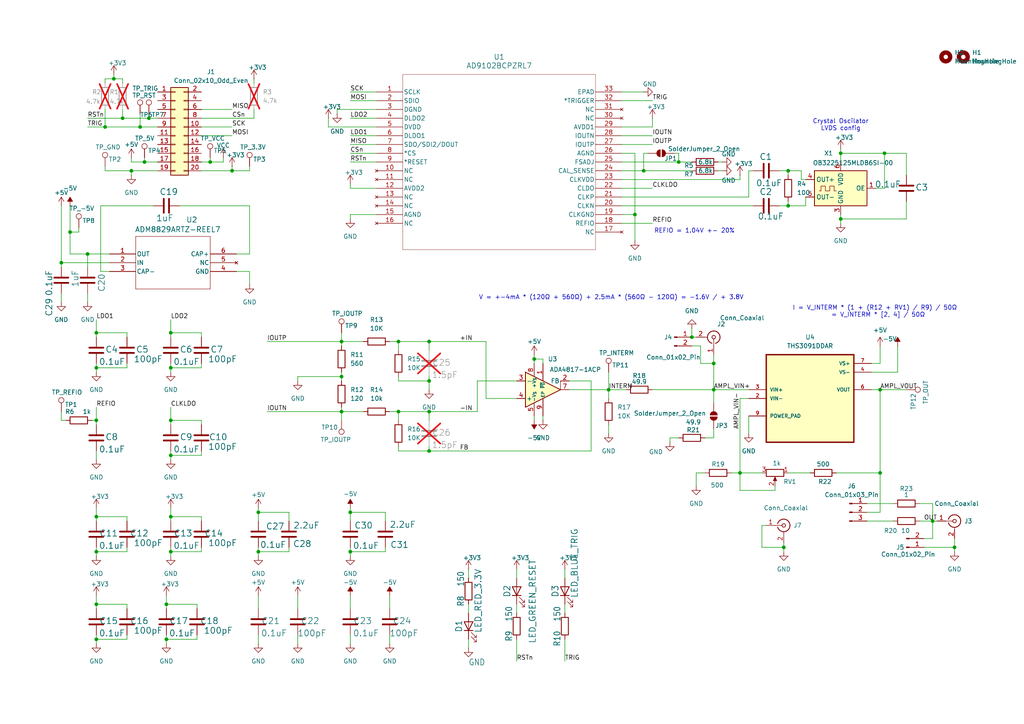
<source format=kicad_sch>
(kicad_sch (version 20231120) (generator "eeschema") (generator_version "8.0")
  (paper "A4")
  (title_block (title "Pico Glitcher Pulse Shaping Extension v1.1") (date "2024-12-27") (rev "v1.0") (company "Faulty Hardware") (comment 1 "Matthias Kesenheimer"))
  (junction (at 214.63 137.16))
  (junction (at 17.78 76.2))
  (junction (at 270.51 151.13))
  (junction (at 115.57 99.06))
  (junction (at 27.94 121.92))
  (junction (at 43.18 34.29))
  (junction (at 41.91 46.99))
  (junction (at 124.46 119.38))
  (junction (at 48.26 175.26))
  (junction (at 101.6 160.02))
  (junction (at 25.4 73.66))
  (junction (at 27.94 149.86))
  (junction (at 115.57 119.38))
  (junction (at 33.02 22.86))
  (junction (at 228.6 59.69))
  (junction (at 256.54 44.45))
  (junction (at 255.27 113.03))
  (junction (at 124.46 110.49))
  (junction (at 49.53 149.86))
  (junction (at 207.01 105.41))
  (junction (at 99.06 119.38))
  (junction (at 176.53 113.03))
  (junction (at 99.06 99.06))
  (junction (at 196.85 46.99))
  (junction (at 200.66 97.79))
  (junction (at 35.56 34.29))
  (junction (at 74.93 160.02))
  (junction (at 27.94 175.26))
  (junction (at 49.53 132.08))
  (junction (at 27.94 160.02))
  (junction (at 27.94 106.68))
  (junction (at 20.32 67.31))
  (junction (at 255.27 137.16))
  (junction (at 49.53 96.52))
  (junction (at 99.06 109.22))
  (junction (at 228.6 49.53))
  (junction (at 48.26 185.42))
  (junction (at 207.01 113.03))
  (junction (at 74.93 148.59))
  (junction (at 243.84 44.45))
  (junction (at 49.53 106.68))
  (junction (at 27.94 185.42))
  (junction (at 184.15 62.23))
  (junction (at 124.46 99.06))
  (junction (at 27.94 96.52))
  (junction (at 101.6 148.59))
  (junction (at 154.94 104.14))
  (junction (at 49.53 160.02))
  (junction (at 276.86 158.75))
  (junction (at 67.31 49.53))
  (junction (at 30.48 36.83))
  (junction (at 186.69 49.53))
  (junction (at 60.96 46.99))
  (junction (at 243.84 63.5))
  (junction (at 227.33 158.75))
  (junction (at 124.46 130.81))
  (junction (at 49.53 121.92))
  (junction (at 38.1 49.53))
  (junction (at 40.64 36.83))
  (wire (pts (xy 251.46 146.05) (xy 259.08 146.05)))
  (wire (pts (xy 115.57 119.38) (xy 115.57 121.92)))
  (wire (pts (xy 68.58 73.66) (xy 72.39 73.66)))
  (wire (pts (xy 73.66 34.29) (xy 73.66 31.75)))
  (wire (pts (xy 165.1 113.03) (xy 176.53 113.03)))
  (wire (pts (xy 207.01 105.41) (xy 207.01 113.03)))
  (wire (pts (xy 83.82 158.75) (xy 83.82 160.02)))
  (wire (pts (xy 99.06 119.38) (xy 105.41 119.38)))
  (wire (pts (xy 189.23 113.03) (xy 207.01 113.03)))
  (wire (pts (xy 233.68 59.69) (xy 228.6 59.69)))
  (wire (pts (xy 157.48 120.65) (xy 157.48 121.92)))
  (wire (pts (xy 180.34 52.07) (xy 214.63 52.07)))
  (wire (pts (xy 86.36 109.22) (xy 86.36 110.49)))
  (wire (pts (xy 115.57 109.22) (xy 115.57 110.49)))
  (wire (pts (xy 180.34 36.83) (xy 189.23 36.83)))
  (wire (pts (xy 180.34 26.67) (xy 186.69 26.67)))
  (wire (pts (xy 194.31 127) (xy 194.31 128.27)))
  (wire (pts (xy 113.03 184.15) (xy 113.03 186.69)))
  (wire (pts (xy 58.42 31.75) (xy 67.31 31.75)))
  (wire (pts (xy 27.94 106.68) (xy 27.94 107.95)))
  (wire (pts (xy 184.15 62.23) (xy 180.34 62.23)))
  (wire (pts (xy 27.94 185.42) (xy 27.94 186.69)))
  (wire (pts (xy 83.82 148.59) (xy 74.93 148.59)))
  (wire (pts (xy 36.83 184.15) (xy 36.83 185.42)))
  (wire (pts (xy 49.53 106.68) (xy 58.42 106.68)))
  (wire (pts (xy 200.66 100.33) (xy 203.2 100.33)))
  (wire (pts (xy 171.45 130.81) (xy 171.45 110.49)))
  (wire (pts (xy 176.53 113.03) (xy 176.53 115.57)))
  (wire (pts (xy 113.03 172.72) (xy 113.03 176.53)))
  (wire (pts (xy 222.25 152.4) (xy 220.98 152.4)))
  (wire (pts (xy 49.53 160.02) (xy 49.53 161.29)))
  (wire (pts (xy 207.01 124.46) (xy 207.01 127)))
  (wire (pts (xy 99.06 119.38) (xy 77.47 119.38)))
  (wire (pts (xy 27.94 175.26) (xy 27.94 176.53)))
  (wire (pts (xy 60.96 46.99) (xy 64.77 46.99)))
  (wire (pts (xy 72.39 48.26) (xy 72.39 49.53)))
  (wire (pts (xy 68.58 78.74) (xy 72.39 78.74)))
  (wire (pts (xy 17.78 121.92) (xy 19.05 121.92)))
  (wire (pts (xy 27.94 149.86) (xy 27.94 151.13)))
  (wire (pts (xy 43.18 33.02) (xy 43.18 34.29)))
  (wire (pts (xy 115.57 129.54) (xy 115.57 130.81)))
  (wire (pts (xy 140.97 115.57) (xy 140.97 99.06)))
  (wire (pts (xy 57.15 184.15) (xy 57.15 185.42)))
  (wire (pts (xy 35.56 22.86) (xy 35.56 24.13)))
  (wire (pts (xy 115.57 130.81) (xy 124.46 130.81)))
  (wire (pts (xy 180.34 44.45) (xy 184.15 44.45)))
  (wire (pts (xy 74.93 148.59) (xy 74.93 151.13)))
  (wire (pts (xy 58.42 97.79) (xy 58.42 96.52)))
  (wire (pts (xy 101.6 29.21) (xy 109.22 29.21)))
  (wire (pts (xy 49.53 147.32) (xy 49.53 149.86)))
  (wire (pts (xy 212.09 137.16) (xy 214.63 137.16)))
  (wire (pts (xy 276.86 158.75) (xy 276.86 160.02)))
  (wire (pts (xy 101.6 44.45) (xy 109.22 44.45)))
  (wire (pts (xy 49.53 160.02) (xy 58.42 160.02)))
  (wire (pts (xy 27.94 106.68) (xy 36.83 106.68)))
  (wire (pts (xy 27.94 96.52) (xy 27.94 97.79)))
  (wire (pts (xy 214.63 115.57) (xy 214.63 137.16)))
  (wire (pts (xy 180.34 54.61) (xy 189.23 54.61)))
  (wire (pts (xy 218.44 49.53) (xy 217.17 49.53)))
  (wire (pts (xy 27.94 158.75) (xy 27.94 160.02)))
  (wire (pts (xy 180.34 39.37) (xy 189.23 39.37)))
  (wire (pts (xy 17.78 59.69) (xy 17.78 76.2)))
  (wire (pts (xy 196.85 127) (xy 194.31 127)))
  (wire (pts (xy 115.57 99.06) (xy 115.57 101.6)))
  (wire (pts (xy 101.6 26.67) (xy 109.22 26.67)))
  (wire (pts (xy 140.97 115.57) (xy 149.86 115.57)))
  (wire (pts (xy 67.31 48.26) (xy 67.31 49.53)))
  (wire (pts (xy 41.91 45.72) (xy 41.91 46.99)))
  (wire (pts (xy 124.46 99.06) (xy 124.46 101.6)))
  (wire (pts (xy 226.06 59.69) (xy 228.6 59.69)))
  (wire (pts (xy 186.69 44.45) (xy 186.69 49.53)))
  (wire (pts (xy 195.58 44.45) (xy 196.85 44.45)))
  (wire (pts (xy 138.43 110.49) (xy 138.43 119.38)))
  (wire (pts (xy 49.53 149.86) (xy 58.42 149.86)))
  (wire (pts (xy 49.53 106.68) (xy 49.53 107.95)))
  (wire (pts (xy 58.42 105.41) (xy 58.42 106.68)))
  (wire (pts (xy 214.63 137.16) (xy 220.98 137.16)))
  (wire (pts (xy 33.02 22.86) (xy 35.56 22.86)))
  (wire (pts (xy 200.66 97.79) (xy 201.93 97.79)))
  (wire (pts (xy 232.41 52.07) (xy 232.41 49.53)))
  (wire (pts (xy 49.53 130.81) (xy 49.53 132.08)))
  (wire (pts (xy 115.57 119.38) (xy 124.46 119.38)))
  (wire (pts (xy 115.57 110.49) (xy 124.46 110.49)))
  (wire (pts (xy 256.54 44.45) (xy 256.54 54.61)))
  (wire (pts (xy 157.48 104.14) (xy 154.94 104.14)))
  (wire (pts (xy 72.39 49.53) (xy 67.31 49.53)))
  (wire (pts (xy 113.03 99.06) (xy 115.57 99.06)))
  (wire (pts (xy 48.26 172.72) (xy 48.26 175.26)))
  (wire (pts (xy 184.15 44.45) (xy 184.15 62.23)))
  (wire (pts (xy 64.77 45.72) (xy 64.77 46.99)))
  (wire (pts (xy 99.06 100.33) (xy 99.06 99.06)))
  (wire (pts (xy 207.01 102.87) (xy 207.01 105.41)))
  (wire (pts (xy 214.63 50.8) (xy 214.63 52.07)))
  (wire (pts (xy 27.94 172.72) (xy 27.94 175.26)))
  (wire (pts (xy 36.83 176.53) (xy 36.83 175.26)))
  (wire (pts (xy 196.85 46.99) (xy 200.66 46.99)))
  (wire (pts (xy 29.21 59.69) (xy 29.21 78.74)))
  (wire (pts (xy 27.94 121.92) (xy 27.94 123.19)))
  (wire (pts (xy 27.94 175.26) (xy 36.83 175.26)))
  (wire (pts (xy 73.66 22.86) (xy 73.66 24.13)))
  (wire (pts (xy 99.06 118.11) (xy 99.06 119.38)))
  (wire (pts (xy 176.53 113.03) (xy 181.61 113.03)))
  (wire (pts (xy 203.2 105.41) (xy 207.01 105.41)))
  (wire (pts (xy 267.97 156.21) (xy 270.51 156.21)))
  (wire (pts (xy 25.4 34.29) (xy 35.56 34.29)))
  (wire (pts (xy 49.53 96.52) (xy 58.42 96.52)))
  (wire (pts (xy 207.01 113.03) (xy 207.01 116.84)))
  (wire (pts (xy 44.45 59.69) (xy 29.21 59.69)))
  (wire (pts (xy 163.83 185.42) (xy 163.83 191.77)))
  (wire (pts (xy 101.6 172.72) (xy 101.6 176.53)))
  (wire (pts (xy 163.83 165.1) (xy 163.83 167.64)))
  (wire (pts (xy 217.17 49.53) (xy 217.17 57.15)))
  (wire (pts (xy 27.94 185.42) (xy 36.83 185.42)))
  (wire (pts (xy 38.1 49.53) (xy 38.1 50.8)))
  (wire (pts (xy 203.2 100.33) (xy 203.2 105.41)))
  (wire (pts (xy 26.67 121.92) (xy 27.94 121.92)))
  (wire (pts (xy 260.35 100.33) (xy 260.35 107.95)))
  (wire (pts (xy 101.6 41.91) (xy 109.22 41.91)))
  (wire (pts (xy 124.46 130.81) (xy 171.45 130.81)))
  (wire (pts (xy 17.78 77.47) (xy 17.78 76.2)))
  (wire (pts (xy 49.53 118.11) (xy 49.53 121.92)))
  (wire (pts (xy 74.93 158.75) (xy 74.93 160.02)))
  (wire (pts (xy 31.75 76.2) (xy 17.78 76.2)))
  (wire (pts (xy 254 54.61) (xy 256.54 54.61)))
  (wire (pts (xy 48.26 175.26) (xy 48.26 176.53)))
  (wire (pts (xy 124.46 119.38) (xy 124.46 121.92)))
  (wire (pts (xy 27.94 92.71) (xy 27.94 96.52)))
  (wire (pts (xy 27.94 149.86) (xy 36.83 149.86)))
  (wire (pts (xy 224.79 142.24) (xy 214.63 142.24)))
  (wire (pts (xy 29.21 78.74) (xy 31.75 78.74)))
  (wire (pts (xy 124.46 110.49) (xy 124.46 113.03)))
  (wire (pts (xy 101.6 46.99) (xy 109.22 46.99)))
  (wire (pts (xy 27.94 184.15) (xy 27.94 185.42)))
  (wire (pts (xy 58.42 123.19) (xy 58.42 121.92)))
  (wire (pts (xy 25.4 73.66) (xy 25.4 77.47)))
  (wire (pts (xy 27.94 160.02) (xy 36.83 160.02)))
  (wire (pts (xy 243.84 44.45) (xy 243.84 46.99)))
  (wire (pts (xy 95.25 34.29) (xy 95.25 36.83)))
  (wire (pts (xy 83.82 160.02) (xy 74.93 160.02)))
  (wire (pts (xy 74.93 160.02) (xy 74.93 161.29)))
  (wire (pts (xy 217.17 120.65) (xy 217.17 125.73)))
  (wire (pts (xy 27.94 160.02) (xy 27.94 161.29)))
  (wire (pts (xy 83.82 151.13) (xy 83.82 148.59)))
  (wire (pts (xy 109.22 54.61) (xy 101.6 54.61)))
  (wire (pts (xy 17.78 119.38) (xy 17.78 121.92)))
  (wire (pts (xy 101.6 160.02) (xy 101.6 161.29)))
  (wire (pts (xy 251.46 148.59) (xy 255.27 148.59)))
  (wire (pts (xy 36.83 97.79) (xy 36.83 96.52)))
  (wire (pts (xy 184.15 62.23) (xy 184.15 69.85)))
  (wire (pts (xy 208.28 46.99) (xy 209.55 46.99)))
  (wire (pts (xy 43.18 34.29) (xy 45.72 34.29)))
  (wire (pts (xy 255.27 148.59) (xy 255.27 137.16)))
  (wire (pts (xy 163.83 175.26) (xy 163.83 177.8)))
  (wire (pts (xy 48.26 185.42) (xy 57.15 185.42)))
  (wire (pts (xy 227.33 157.48) (xy 227.33 158.75)))
  (wire (pts (xy 48.26 184.15) (xy 48.26 185.42)))
  (wire (pts (xy 228.6 137.16) (xy 234.95 137.16)))
  (wire (pts (xy 220.98 158.75) (xy 227.33 158.75)))
  (wire (pts (xy 52.07 59.69) (xy 72.39 59.69)))
  (wire (pts (xy 252.73 113.03) (xy 255.27 113.03)))
  (wire (pts (xy 252.73 107.95) (xy 260.35 107.95)))
  (wire (pts (xy 49.53 158.75) (xy 49.53 160.02)))
  (wire (pts (xy 74.93 172.72) (xy 74.93 176.53)))
  (wire (pts (xy 86.36 184.15) (xy 86.36 186.69)))
  (wire (pts (xy 38.1 46.99) (xy 41.91 46.99)))
  (wire (pts (xy 31.75 73.66) (xy 25.4 73.66)))
  (wire (pts (xy 99.06 119.38) (xy 99.06 121.92)))
  (wire (pts (xy 176.53 107.95) (xy 176.53 113.03)))
  (wire (pts (xy 72.39 78.74) (xy 72.39 82.55)))
  (wire (pts (xy 58.42 151.13) (xy 58.42 149.86)))
  (wire (pts (xy 74.93 184.15) (xy 74.93 186.69)))
  (wire (pts (xy 214.63 115.57) (xy 217.17 115.57)))
  (wire (pts (xy 154.94 120.65) (xy 154.94 121.92)))
  (wire (pts (xy 49.53 149.86) (xy 49.53 151.13)))
  (wire (pts (xy 154.94 102.87) (xy 154.94 104.14)))
  (wire (pts (xy 30.48 36.83) (xy 30.48 31.75)))
  (wire (pts (xy 99.06 109.22) (xy 99.06 110.49)))
  (wire (pts (xy 124.46 110.49) (xy 124.46 109.22)))
  (wire (pts (xy 149.86 185.42) (xy 149.86 191.77)))
  (wire (pts (xy 74.93 147.32) (xy 74.93 148.59)))
  (wire (pts (xy 270.51 151.13) (xy 271.78 151.13)))
  (wire (pts (xy 267.97 158.75) (xy 276.86 158.75)))
  (wire (pts (xy 49.53 132.08) (xy 49.53 133.35)))
  (wire (pts (xy 243.84 62.23) (xy 243.84 63.5)))
  (wire (pts (xy 57.15 176.53) (xy 57.15 175.26)))
  (wire (pts (xy 124.46 99.06) (xy 140.97 99.06)))
  (wire (pts (xy 30.48 36.83) (xy 40.64 36.83)))
  (wire (pts (xy 99.06 107.95) (xy 99.06 109.22)))
  (wire (pts (xy 58.42 39.37) (xy 67.31 39.37)))
  (wire (pts (xy 180.34 49.53) (xy 186.69 49.53)))
  (wire (pts (xy 270.51 156.21) (xy 270.51 151.13)))
  (wire (pts (xy 101.6 39.37) (xy 109.22 39.37)))
  (wire (pts (xy 256.54 44.45) (xy 262.89 44.45)))
  (wire (pts (xy 200.66 95.25) (xy 200.66 97.79)))
  (wire (pts (xy 30.48 24.13) (xy 30.48 22.86)))
  (wire (pts (xy 30.48 49.53) (xy 38.1 49.53)))
  (wire (pts (xy 27.94 147.32) (xy 27.94 149.86)))
  (wire (pts (xy 35.56 31.75) (xy 35.56 34.29)))
  (wire (pts (xy 207.01 127) (xy 204.47 127)))
  (wire (pts (xy 201.93 137.16) (xy 204.47 137.16)))
  (wire (pts (xy 124.46 119.38) (xy 138.43 119.38)))
  (wire (pts (xy 58.42 49.53) (xy 67.31 49.53)))
  (wire (pts (xy 228.6 49.53) (xy 228.6 50.8)))
  (wire (pts (xy 60.96 45.72) (xy 60.96 46.99)))
  (wire (pts (xy 36.83 105.41) (xy 36.83 106.68)))
  (wire (pts (xy 262.89 50.8) (xy 262.89 44.45)))
  (wire (pts (xy 180.34 29.21) (xy 189.23 29.21)))
  (wire (pts (xy 58.42 130.81) (xy 58.42 132.08)))
  (wire (pts (xy 220.98 152.4) (xy 220.98 158.75)))
  (wire (pts (xy 99.06 99.06) (xy 105.41 99.06)))
  (wire (pts (xy 48.26 175.26) (xy 57.15 175.26)))
  (wire (pts (xy 58.42 36.83) (xy 67.31 36.83)))
  (wire (pts (xy 58.42 34.29) (xy 73.66 34.29)))
  (wire (pts (xy 20.32 67.31) (xy 20.32 73.66)))
  (wire (pts (xy 49.53 105.41) (xy 49.53 106.68)))
  (wire (pts (xy 17.78 85.09) (xy 17.78 87.63)))
  (wire (pts (xy 33.02 21.59) (xy 33.02 22.86)))
  (wire (pts (xy 36.83 158.75) (xy 36.83 160.02)))
  (wire (pts (xy 233.68 52.07) (xy 232.41 52.07)))
  (wire (pts (xy 196.85 44.45) (xy 196.85 46.99)))
  (wire (pts (xy 22.86 67.31) (xy 20.32 67.31)))
  (wire (pts (xy 25.4 85.09) (xy 25.4 87.63)))
  (wire (pts (xy 49.53 96.52) (xy 49.53 97.79)))
  (wire (pts (xy 180.34 57.15) (xy 217.17 57.15)))
  (wire (pts (xy 255.27 100.33) (xy 255.27 105.41)))
  (wire (pts (xy 86.36 172.72) (xy 86.36 176.53)))
  (wire (pts (xy 189.23 34.29) (xy 189.23 36.83)))
  (wire (pts (xy 180.34 59.69) (xy 218.44 59.69)))
  (wire (pts (xy 270.51 146.05) (xy 270.51 151.13)))
  (wire (pts (xy 101.6 62.23) (xy 101.6 63.5)))
  (wire (pts (xy 111.76 158.75) (xy 111.76 160.02)))
  (wire (pts (xy 77.47 99.06) (xy 99.06 99.06)))
  (wire (pts (xy 243.84 43.18) (xy 243.84 44.45)))
  (wire (pts (xy 224.79 142.24) (xy 224.79 140.97)))
  (wire (pts (xy 201.93 137.16) (xy 201.93 140.97)))
  (wire (pts (xy 48.26 185.42) (xy 48.26 186.69)))
  (wire (pts (xy 72.39 59.69) (xy 72.39 73.66)))
  (wire (pts (xy 49.53 121.92) (xy 49.53 123.19)))
  (wire (pts (xy 243.84 44.45) (xy 256.54 44.45)))
  (wire (pts (xy 233.68 57.15) (xy 233.68 59.69)))
  (wire (pts (xy 30.48 22.86) (xy 33.02 22.86)))
  (wire (pts (xy 165.1 110.49) (xy 171.45 110.49)))
  (wire (pts (xy 149.86 165.1) (xy 149.86 167.64)))
  (wire (pts (xy 232.41 49.53) (xy 228.6 49.53)))
  (wire (pts (xy 99.06 96.52) (xy 99.06 99.06)))
  (wire (pts (xy 111.76 148.59) (xy 111.76 151.13)))
  (wire (pts (xy 154.94 104.14) (xy 154.94 105.41)))
  (wire (pts (xy 266.7 146.05) (xy 270.51 146.05)))
  (wire (pts (xy 97.79 31.75) (xy 97.79 33.02)))
  (wire (pts (xy 101.6 53.34) (xy 101.6 54.61)))
  (wire (pts (xy 27.94 130.81) (xy 27.94 133.35)))
  (wire (pts (xy 49.53 92.71) (xy 49.53 96.52)))
  (wire (pts (xy 38.1 49.53) (xy 45.72 49.53)))
  (wire (pts (xy 111.76 160.02) (xy 101.6 160.02)))
  (wire (pts (xy 101.6 34.29) (xy 109.22 34.29)))
  (wire (pts (xy 113.03 119.38) (xy 115.57 119.38)))
  (wire (pts (xy 58.42 158.75) (xy 58.42 160.02)))
  (wire (pts (xy 262.89 63.5) (xy 243.84 63.5)))
  (wire (pts (xy 25.4 36.83) (xy 30.48 36.83)))
  (wire (pts (xy 40.64 33.02) (xy 40.64 36.83)))
  (wire (pts (xy 101.6 148.59) (xy 101.6 151.13)))
  (wire (pts (xy 149.86 175.26) (xy 149.86 177.8)))
  (wire (pts (xy 176.53 123.19) (xy 176.53 125.73)))
  (wire (pts (xy 109.22 31.75) (xy 97.79 31.75)))
  (wire (pts (xy 180.34 64.77) (xy 189.23 64.77)))
  (wire (pts (xy 138.43 110.49) (xy 149.86 110.49)))
  (wire (pts (xy 20.32 59.69) (xy 20.32 67.31)))
  (wire (pts (xy 49.53 132.08) (xy 58.42 132.08)))
  (wire (pts (xy 227.33 158.75) (xy 227.33 160.02)))
  (wire (pts (xy 36.83 151.13) (xy 36.83 149.86)))
  (wire (pts (xy 27.94 105.41) (xy 27.94 106.68)))
  (wire (pts (xy 255.27 113.03) (xy 262.89 113.03)))
  (wire (pts (xy 30.48 48.26) (xy 30.48 49.53)))
  (wire (pts (xy 276.86 156.21) (xy 276.86 158.75)))
  (wire (pts (xy 27.94 96.52) (xy 36.83 96.52)))
  (wire (pts (xy 266.7 151.13) (xy 270.51 151.13)))
  (wire (pts (xy 135.89 165.1) (xy 135.89 167.64)))
  (wire (pts (xy 49.53 121.92) (xy 58.42 121.92)))
  (wire (pts (xy 101.6 62.23) (xy 109.22 62.23)))
  (wire (pts (xy 58.42 46.99) (xy 60.96 46.99)))
  (wire (pts (xy 115.57 99.06) (xy 124.46 99.06)))
  (wire (pts (xy 252.73 105.41) (xy 255.27 105.41)))
  (wire (pts (xy 207.01 113.03) (xy 217.17 113.03)))
  (wire (pts (xy 135.89 187.96) (xy 135.89 185.42)) (stroke (width 0.1524)))
  (wire (pts (xy 101.6 184.15) (xy 101.6 186.69)))
  (wire (pts (xy 40.64 36.83) (xy 45.72 36.83)))
  (wire (pts (xy 186.69 49.53) (xy 200.66 49.53)))
  (wire (pts (xy 214.63 142.24) (xy 214.63 137.16)))
  (wire (pts (xy 41.91 46.99) (xy 45.72 46.99)))
  (wire (pts (xy 180.34 41.91) (xy 189.23 41.91)))
  (wire (pts (xy 228.6 58.42) (xy 228.6 59.69)))
  (wire (pts (xy 27.94 118.11) (xy 27.94 121.92)))
  (wire (pts (xy 243.84 63.5) (xy 243.84 64.77)))
  (wire (pts (xy 101.6 148.59) (xy 111.76 148.59)))
  (wire (pts (xy 95.25 36.83) (xy 109.22 36.83)))
  (wire (pts (xy 251.46 151.13) (xy 259.08 151.13)))
  (wire (pts (xy 226.06 49.53) (xy 228.6 49.53)))
  (wire (pts (xy 35.56 34.29) (xy 43.18 34.29)))
  (wire (pts (xy 262.89 58.42) (xy 262.89 63.5)))
  (wire (pts (xy 101.6 147.32) (xy 101.6 148.59)))
  (wire (pts (xy 124.46 130.81) (xy 124.46 129.54)))
  (wire (pts (xy 255.27 113.03) (xy 255.27 137.16)))
  (wire (pts (xy 242.57 137.16) (xy 255.27 137.16)))
  (wire (pts (xy 208.28 49.53) (xy 209.55 49.53)))
  (wire (pts (xy 38.1 45.72) (xy 38.1 46.99)))
  (wire (pts (xy 22.86 66.04) (xy 22.86 67.31)))
  (wire (pts (xy 25.4 73.66) (xy 20.32 73.66)))
  (wire (pts (xy 135.89 177.8) (xy 135.89 175.26)) (stroke (width 0.1524)))
  (wire (pts (xy 101.6 158.75) (xy 101.6 160.02)))
  (wire (pts (xy 187.96 44.45) (xy 186.69 44.45)))
  (wire (pts (xy 180.34 46.99) (xy 196.85 46.99)))
  (wire (pts (xy 157.48 105.41) (xy 157.48 104.14)))
  (wire (pts (xy 86.36 109.22) (xy 99.06 109.22)))
  (text "REFIO = 1.04V +- 20%" (at 201.422 67.056 0) (effects (font (size 1.27 1.27))))
  (text "V = +-4mA * (120Ω + 560Ω) + 2.5mA * (560Ω - 120Ω) = -1.6V / + 3.8V" (at 177.292 86.36 0) (effects (font (size 1.27 1.27))))
  (text "I = V_INTERM * (1 + (R12 + RV1) / R9) / 50Ω\n  = V_INTERM * [2, 4] / 50Ω" (at 253.746 90.424 0) (effects (font (size 1.27 1.27))))
  (text "Crystal Oscilator\nLVDS config" (at 243.84 36.322 0) (effects (font (size 1.27 1.27))))
  (label "LDO2" (at 49.53 92.71 0))
  (label "INTERM" (at 176.53 113.03 0))
  (label "IOUTN" (at 189.23 39.37 0))
  (label "OUT" (at 267.97 151.13 0))
  (label "TRIG" (at 163.83 191.77 0))
  (label "IOUTP" (at 189.23 41.91 0))
  (label "REFIO" (at 189.23 64.77 0))
  (label "CLKLDO" (at 189.23 54.61 0))
  (label "MOSI" (at 67.31 39.37 0))
  (label "IOUTP" (at 77.47 99.06 0))
  (label "+IN" (at 133.35 99.06 0))
  (label "CSn" (at 67.31 34.29 0))
  (label "REFIO" (at 27.94 118.11 0))
  (label "CLKLDO" (at 49.53 118.11 0))
  (label "RSTn" (at 25.4 34.29 0))
  (label "IOUTN" (at 77.47 119.38 0))
  (label "CSn" (at 101.6 44.45 0))
  (label "LDO2" (at 101.6 34.29 0))
  (label "MISO" (at 67.31 31.75 0))
  (label "AMPL_VIN-" (at 214.63 124.46 90))
  (label "TRIG" (at 25.4 36.83 0))
  (label "LDO1" (at 27.94 92.71 0))
  (label "MOSI" (at 101.6 29.21 0))
  (label "RSTn" (at 101.6 46.99 0))
  (label "AMPL_VOUT" (at 255.27 113.03 0))
  (label "RSTn" (at 149.86 191.77 0))
  (label "MISO" (at 101.6 41.91 0))
  (label "AMPL_VIN+" (at 207.01 113.03 0))
  (label "TRIG" (at 189.23 29.21 0))
  (label "SCK" (at 101.6 26.67 0))
  (label "FB" (at 133.35 130.81 0))
  (label "-IN" (at 133.35 119.38 0))
  (label "SCK" (at 67.31 36.83 0))
  (label "LDO1" (at 101.6 39.37 0))
  (symbol (lib_id "Device:C") (at 49.53 154.94 180) (unit 1)
    (property "Reference" "C13" (at 55.88 153.67 0) (effects (font (size 1.778 1.778)) (justify left bottom)))
    (property "Value" "0.1uF" (at 57.912 157.226 0) (effects (font (size 1.778 1.778)) (justify left bottom)))
    (property "Footprint" "Capacitor_SMD:C_0603_1608Metric" (effects (hide yes)))
    (property "Description" "Unpolarized capacitor" (effects (hide yes)))
  )
  (symbol (lib_id "power:GND") (at 200.66 95.25 180) (unit 1)
    (property "Reference" "#PWR055" (effects (hide yes)))
    (property "Value" "GND" (at 200.66 90.17 0))
    (property "Description" "Power symbol creates a global label with name \"GND\" , ground" (effects (hide yes)))
  )
  (symbol (lib_id "Device:C") (at 83.82 154.94 180) (unit 1)
    (property "Reference" "C28" (at 90.424 156.718 0) (effects (font (size 1.778 1.778)) (justify left bottom)))
    (property "Value" "2.2uF" (at 92.71 151.384 0) (effects (font (size 1.778 1.778)) (justify left bottom)))
    (property "Footprint" "Capacitor_SMD:C_0805_2012Metric" (effects (hide yes)))
    (property "Description" "Unpolarized capacitor" (effects (hide yes)))
  )
  (symbol (lib_id "power:GND") (at 201.93 140.97 0) (unit 1)
    (property "Reference" "#PWR050" (effects (hide yes)))
    (property "Value" "GND" (at 201.93 146.05 0))
    (property "Description" "Power symbol creates a global label with name \"GND\" , ground" (effects (hide yes)))
  )
  (symbol (lib_id "Device:C") (at 101.6 180.34 180) (unit 1)
    (property "Reference" "C23" (at 107.95 179.07 0) (effects (font (size 1.778 1.778)) (justify left bottom)))
    (property "Value" "0.1uF" (at 109.982 182.626 0) (effects (font (size 1.778 1.778)) (justify left bottom)))
    (property "Footprint" "Capacitor_SMD:C_0603_1608Metric" (effects (hide yes)))
    (property "Description" "Unpolarized capacitor" (effects (hide yes)))
  )
  (symbol (lib_id "power:GND") (at 157.48 121.92 0) (unit 1)
    (property "Reference" "#PWR054" (effects (hide yes)))
    (property "Value" "GND" (at 157.48 127 0))
    (property "Description" "Power symbol creates a global label with name \"GND\" , ground" (effects (hide yes)))
  )
  (symbol (lib_id "Connector:TestPoint") (at 99.06 96.52 0) (unit 1)
    (property "Reference" "TP9" (at 100.076 94.488 0) (effects (justify left)))
    (property "Value" "TP_IOUTP" (at 96.266 90.932 0) (effects (justify left)))
    (property "Footprint" "TestPoint:TestPoint_Pad_D1.0mm" (effects (hide yes)))
    (property "Description" "test point" (effects (hide yes)))
  )
  (symbol (lib_id "Device:R") (at 163.83 181.61 0) (unit 1)
    (property "Reference" "R10" (at 162.56 182.88 90) (effects (font (size 1.778 1.5113)) (justify right bottom)))
    (property "Value" "150" (at 162.56 180.34 90) (effects (font (size 1.778 1.5113)) (justify left bottom)))
    (property "Footprint" "Resistor_SMD:R_0603_1608Metric" (effects (hide yes)))
    (property "Description" "Resistor" (effects (hide yes)))
  )
  (symbol (lib_id "Connector:TestPoint") (at 17.78 119.38 0) (unit 1)
    (property "Reference" "TP1" (at 18.796 117.348 0) (effects (justify left)))
    (property "Value" "TP_REFIO" (at 14.986 113.792 0) (effects (justify left)))
    (property "Footprint" "TestPoint:TestPoint_Pad_D1.0mm" (effects (hide yes)))
    (property "Description" "test point" (effects (hide yes)))
  )
  (symbol (lib_id "Device:R") (at 262.89 151.13 270) (unit 1)
    (property "Reference" "R20" (at 258.318 153.924 90))
    (property "Value" "10" (at 262.636 153.924 90))
    (property "Footprint" "Resistor_SMD:R_2512_6332Metric" (effects (hide yes)))
    (property "Description" "Resistor" (effects (hide yes)))
  )
  (symbol (lib_id "Connector:TestPoint") (at 41.91 45.72 0) (unit 1)
    (property "Reference" "TP4" (at 42.926 43.688 0) (effects (justify left)))
    (property "Value" "TP_5V" (at 39.116 40.132 0) (effects (justify left)))
    (property "Footprint" "TestPoint:TestPoint_Pad_D1.0mm" (effects (hide yes)))
    (property "Description" "test point" (effects (hide yes)))
  )
  (symbol (lib_id "power:GND") (at 194.31 128.27 0) (unit 1)
    (property "Reference" "#PWR062" (effects (hide yes)))
    (property "Value" "GND" (at 190.246 131.064 0))
    (property "Description" "Power symbol creates a global label with name \"GND\" , ground" (effects (hide yes)))
  )
  (symbol (lib_id "power:GND") (at 227.33 160.02 0) (unit 1)
    (property "Reference" "#PWR064" (effects (hide yes)))
    (property "Value" "GND" (at 227.33 165.1 0))
    (property "Description" "Power symbol creates a global label with name \"GND\" , ground" (effects (hide yes)))
  )
  (symbol (lib_id "power:GND") (at 135.89 187.96 0) (unit 1)
    (property "Reference" "#GND01" (effects (hide yes)))
    (property "Value" "GND" (at 135.89 193.04 0) (effects (font (size 1.778 1.5113)) (justify left bottom)))
    (property "Description" "Power symbol creates a global label with name \"GND\" , ground" (effects (hide yes)))
  )
  (symbol (lib_id "Device:C") (at 113.03 180.34 180) (unit 1)
    (property "Reference" "C24" (at 119.38 179.07 0) (effects (font (size 1.778 1.778)) (justify left bottom)))
    (property "Value" "100pF" (at 121.412 182.626 0) (effects (font (size 1.778 1.778)) (justify left bottom)))
    (property "Footprint" "Capacitor_SMD:C_0603_1608Metric" (effects (hide yes)))
    (property "Description" "Unpolarized capacitor" (effects (hide yes)))
  )
  (symbol (lib_id "power:+5V") (at 17.78 59.69 0) (unit 1)
    (property "Reference" "#PWR035" (effects (hide yes)))
    (property "Value" "+5V" (at 17.78 55.88 0))
    (property "Description" "Power symbol creates a global label with name \"+5V\"" (effects (hide yes)))
  )
  (symbol (lib_id "power:+5V") (at 38.1 45.72 0) (unit 1)
    (property "Reference" "#PWR03" (effects (hide yes)))
    (property "Value" "+5V" (at 38.1 41.91 0))
    (property "Description" "Power symbol creates a global label with name \"+5V\"" (effects (hide yes)))
  )
  (symbol (lib_id "Connector:TestPoint") (at 60.96 45.72 0) (unit 1)
    (property "Reference" "TP5" (at 61.976 43.688 0) (effects (justify left)))
    (property "Value" "TP_VCC" (at 58.166 40.132 0) (effects (justify left)))
    (property "Footprint" "TestPoint:TestPoint_Pad_D1.0mm" (effects (hide yes)))
    (property "Description" "test point" (effects (hide yes)))
  )
  (symbol (lib_id "Connector:TestPoint") (at 72.39 48.26 0) (unit 1)
    (property "Reference" "TP3" (at 73.406 46.228 0) (effects (justify left)))
    (property "Value" "TP_3.3V" (at 69.596 42.672 0) (effects (justify left)))
    (property "Footprint" "TestPoint:TestPoint_Pad_D1.0mm" (effects (hide yes)))
    (property "Description" "test point" (effects (hide yes)))
  )
  (symbol (lib_id "Connector_Generic:Conn_02x10_Odd_Even") (at 50.8 36.83 0) (unit 1)
    (property "Reference" "J1" (at 61.214 20.828 0))
    (property "Value" "Conn_02x10_Odd_Even" (at 61.214 23.368 0))
    (property "Footprint" "Connector_PinHeader_2.54mm:PinHeader_2x10_P2.54mm_Vertical" (effects (hide yes)))
    (property "Description" "Generic connector, double row, 02x10, odd/even pin numbering scheme (row 1 odd numbers, row 2 even numbers), script generated (kicad-library-utils/schlib/autogen/connector/)" (effects (hide yes)))
  )
  (symbol (lib_id "Device:R") (at 22.86 121.92 90) (unit 1)
    (property "Reference" "R6" (at 21.5899 119.38 90) (effects (justify left)))
    (property "Value" "1k" (at 26.416 119.38 90) (effects (justify left)))
    (property "Footprint" "Resistor_SMD:R_0603_1608Metric" (effects (hide yes)))
    (property "Description" "Resistor" (effects (hide yes)))
  )
  (symbol (lib_id "Device:C") (at 74.93 180.34 180) (unit 1)
    (property "Reference" "C21" (at 81.28 179.07 0) (effects (font (size 1.778 1.778)) (justify left bottom)))
    (property "Value" "0.1uF" (at 83.312 182.626 0) (effects (font (size 1.778 1.778)) (justify left bottom)))
    (property "Footprint" "Capacitor_SMD:C_0603_1608Metric" (effects (hide yes)))
    (property "Description" "Unpolarized capacitor" (effects (hide yes)))
  )
  (symbol (lib_id "Jumper:SolderJumper_2_Open") (at 207.01 120.65 270) (unit 1) (exclude_from_sim yes) (in_bom no)
    (property "Reference" "JP3" (at 209.296 123.444 90))
    (property "Value" "SolderJumper_2_Open" (at 194.31 119.888 90))
    (property "Footprint" "Jumper:SolderJumper-2_P1.3mm_Open_TrianglePad1.0x1.5mm" (effects (hide yes)))
    (property "Description" "Solder Jumper, 2-pole, open" (effects (hide yes)))
  )
  (symbol (lib_id "Device:R") (at 200.66 127 90) (unit 1)
    (property "Reference" "R21" (at 199.136 124.714 90) (effects (justify right)))
    (property "Value" "49.9" (at 198.882 122.428 90) (effects (justify right)))
    (property "Footprint" "Resistor_SMD:R_0603_1608Metric" (effects (hide yes)))
    (property "Description" "Resistor" (effects (hide yes)))
  )
  (symbol (lib_id "Device:R") (at 109.22 119.38 270) (unit 1)
    (property "Reference" "R14" (at 109.22 113.03 90))
    (property "Value" "10k" (at 109.22 115.57 90))
    (property "Footprint" "Resistor_SMD:R_0603_1608Metric" (effects (hide yes)))
    (property "Description" "Resistor" (effects (hide yes)))
  )
  (symbol (lib_id "Device:C") (at 49.53 127 180) (unit 1)
    (property "Reference" "C9" (at 55.88 125.73 0) (effects (font (size 1.778 1.778)) (justify left bottom)))
    (property "Value" "0.1uF" (at 57.912 129.286 0) (effects (font (size 1.778 1.778)) (justify left bottom)))
    (property "Footprint" "Capacitor_SMD:C_0603_1608Metric" (effects (hide yes)))
    (property "Description" "Unpolarized capacitor" (effects (hide yes)))
  )
  (symbol (lib_id "power:+3V3") (at 214.63 50.8 0) (unit 1)
    (property "Reference" "#PWR019" (effects (hide yes)))
    (property "Value" "+3V3" (at 215.646 47.498 0))
    (property "Description" "Power symbol creates a global label with name \"+3V3\"" (effects (hide yes)))
  )
  (symbol (lib_id "Mechanical:MountingHole") (at 279.4 16.51 0) (unit 1) (exclude_from_sim yes) (in_bom no)
    (property "Reference" "H1" (at 281.94 15.2399 0) (effects (justify left)))
    (property "Value" "MountingHole" (at 281.94 17.7799 0) (effects (justify left)))
    (property "Footprint" "MountingHole:MountingHole_3mm" (effects (hide yes)))
    (property "Description" "Mounting Hole without connection" (effects (hide yes)))
  )
  (symbol (lib_id "power:-5V") (at 20.32 59.69 0) (unit 1)
    (property "Reference" "#PWR036" (effects (hide yes)))
    (property "Value" "-5V" (at 20.32 54.61 0))
    (property "Description" "Power symbol creates a global label with name \"-5V\"" (effects (hide yes)))
  )
  (symbol (lib_id "Device:C") (at 124.46 125.73 180) (unit 1) (dnp yes)
    (property "Reference" "C26" (at 130.81 124.46 0) (effects (font (size 1.778 1.778)) (justify left bottom)))
    (property "Value" "1.5pF" (at 132.842 128.016 0) (effects (font (size 1.778 1.778)) (justify left bottom)))
    (property "Footprint" "Capacitor_SMD:C_0603_1608Metric" (effects (hide yes)))
    (property "Description" "Unpolarized capacitor" (effects (hide yes)))
  )
  (symbol (lib_id "Device:C") (at 74.93 154.94 180) (unit 1)
    (property "Reference" "C27" (at 82.55 151.638 0) (effects (font (size 1.778 1.778)) (justify left bottom)))
    (property "Value" "0.1uF" (at 83.058 156.972 0) (effects (font (size 1.778 1.778)) (justify left bottom)))
    (property "Footprint" "Capacitor_SMD:C_0603_1608Metric" (effects (hide yes)))
    (property "Description" "Unpolarized capacitor" (effects (hide yes)))
  )
  (symbol (lib_id "THS3091DDAR:THS3091DDAR") (at 234.95 115.57 0) (unit 1)
    (property "Reference" "U4" (at 234.95 97.79 0))
    (property "Value" "THS3091DDAR" (at 234.95 100.33 0))
    (property "Footprint" "footprints:VREG_LM5017MR_NOPB" (effects (hide yes)))
    (property "MF" "Texas Instruments" (effects (hide yes)))
    (property "Description_1" "\n                        \n                            Single, high-voltage low-distortion current-feedback operational amplifier\n                        \n" (effects (hide yes)))
    (property "Package" "HSOIC-8 Texas Instruments" (effects (hide yes)))
    (property "Price" "None" (effects (hide yes)))
    (property "SnapEDA_Link" "https://www.snapeda.com/parts/THS3091DDAR/Texas+Instruments/view-part/?ref=snap" (effects (hide yes)))
    (property "MP" "THS3091DDAR" (effects (hide yes)))
    (property "Availability" "In Stock" (effects (hide yes)))
    (property "Check_prices" "https://www.snapeda.com/parts/THS3091DDAR/Texas+Instruments/view-part/?ref=eda" (effects (hide yes)))
  )
  (symbol (lib_id "power:+5V") (at 255.27 100.33 0) (unit 1)
    (property "Reference" "#PWR051" (effects (hide yes)))
    (property "Value" "+5V" (at 255.27 95.758 0))
    (property "Description" "Power symbol creates a global label with name \"+5V\"" (effects (hide yes)))
  )
  (symbol (lib_id "Device:R") (at 204.47 49.53 90) (unit 1)
    (property "Reference" "R7" (at 201.168 50.546 90) (effects (justify left)))
    (property "Value" "6.8k" (at 206.756 49.53 90) (effects (justify left)))
    (property "Footprint" "Resistor_SMD:R_0603_1608Metric" (effects (hide yes)))
    (property "Description" "Resistor" (effects (hide yes)))
  )
  (symbol (lib_id "Device:C") (at 111.76 154.94 180) (unit 1)
    (property "Reference" "C31" (at 118.618 156.972 0) (effects (font (size 1.778 1.778)) (justify left bottom)))
    (property "Value" "2.2uF" (at 120.65 151.13 0) (effects (font (size 1.778 1.778)) (justify left bottom)))
    (property "Footprint" "Capacitor_SMD:C_0805_2012Metric" (effects (hide yes)))
    (property "Description" "Unpolarized capacitor" (effects (hide yes)))
  )
  (symbol (lib_id "power:-5V") (at 154.94 121.92 180) (unit 1)
    (property "Reference" "#PWR048" (effects (hide yes)))
    (property "Value" "-5V" (at 154.94 127 0))
    (property "Description" "Power symbol creates a global label with name \"-5V\"" (effects (hide yes)))
  )
  (symbol (lib_id "Device:C") (at 27.94 127 180) (unit 1)
    (property "Reference" "C8" (at 34.29 125.73 0) (effects (font (size 1.778 1.778)) (justify left bottom)))
    (property "Value" "0.1uF" (at 36.322 129.286 0) (effects (font (size 1.778 1.778)) (justify left bottom)))
    (property "Footprint" "Capacitor_SMD:C_0603_1608Metric" (effects (hide yes)))
    (property "Description" "Unpolarized capacitor" (effects (hide yes)))
  )
  (symbol (lib_id "Device:R") (at 115.57 125.73 180) (unit 1)
    (property "Reference" "R16" (at 118.11 124.4599 0) (effects (justify right)))
    (property "Value" "10K" (at 118.11 126.9999 0) (effects (justify right)))
    (property "Footprint" "Resistor_SMD:R_0603_1608Metric" (effects (hide yes)))
    (property "Description" "Resistor" (effects (hide yes)))
  )
  (symbol (lib_id "power:+3V3") (at 33.02 21.59 0) (unit 1)
    (property "Reference" "#PWR06" (effects (hide yes)))
    (property "Value" "+3V3" (at 34.036 18.288 0))
    (property "Description" "Power symbol creates a global label with name \"+3V3\"" (effects (hide yes)))
  )
  (symbol (lib_id "Device:C") (at 48.26 180.34 180) (unit 1)
    (property "Reference" "C17" (at 54.61 179.07 0) (effects (font (size 1.778 1.778)) (justify left bottom)))
    (property "Value" "0.1uF" (at 56.642 182.626 0) (effects (font (size 1.778 1.778)) (justify left bottom)))
    (property "Footprint" "Capacitor_SMD:C_0603_1608Metric" (effects (hide yes)))
    (property "Description" "Unpolarized capacitor" (effects (hide yes)))
  )
  (symbol (lib_id "power:+3V3") (at 73.66 22.86 0) (unit 1)
    (property "Reference" "#PWR05" (effects (hide yes)))
    (property "Value" "+3V3" (at 74.676 19.558 0))
    (property "Description" "Power symbol creates a global label with name \"+3V3\"" (effects (hide yes)))
  )
  (symbol (lib_id "power:GND") (at 86.36 110.49 0) (unit 1)
    (property "Reference" "#PWR045" (effects (hide yes)))
    (property "Value" "GND" (at 86.36 115.57 0))
    (property "Description" "Power symbol creates a global label with name \"GND\" , ground" (effects (hide yes)))
  )
  (symbol (lib_id "Connector:TestPoint") (at 22.86 66.04 0) (unit 1)
    (property "Reference" "TP8" (at 23.876 64.008 0) (effects (justify left)))
    (property "Value" "TP_-5V" (at 20.066 60.452 0) (effects (justify left)))
    (property "Footprint" "TestPoint:TestPoint_Pad_D1.0mm" (effects (hide yes)))
    (property "Description" "test point" (effects (hide yes)))
  )
  (symbol (lib_id "Device:C") (at 58.42 101.6 180) (unit 1)
    (property "Reference" "C7" (at 64.77 100.33 0) (effects (font (size 1.778 1.778)) (justify left bottom)))
    (property "Value" "100pF" (at 68.834 103.124 0) (effects (font (size 1.778 1.778)) (justify left bottom)))
    (property "Footprint" "Capacitor_SMD:C_0603_1608Metric" (effects (hide yes)))
    (property "Description" "Unpolarized capacitor" (effects (hide yes)))
  )
  (symbol (lib_id "power:+3V3") (at 243.84 43.18 0) (unit 1)
    (property "Reference" "#PWR07" (effects (hide yes)))
    (property "Value" "+3V3" (at 244.856 39.878 0))
    (property "Description" "Power symbol creates a global label with name \"+3V3\"" (effects (hide yes)))
  )
  (symbol (lib_id "Device:R") (at 99.06 104.14 0) (unit 1)
    (property "Reference" "R11" (at 101.6 102.8699 0) (effects (justify left)))
    (property "Value" "560" (at 101.6 105.4099 0) (effects (justify left)))
    (property "Footprint" "Resistor_SMD:R_0603_1608Metric" (effects (hide yes)))
    (property "Description" "Resistor" (effects (hide yes)))
  )
  (symbol (lib_id "Device:C") (at 101.6 154.94 180) (unit 1)
    (property "Reference" "C30" (at 108.204 151.384 0) (effects (font (size 1.778 1.778)) (justify left bottom)))
    (property "Value" "0.1uF" (at 109.982 157.226 0) (effects (font (size 1.778 1.778)) (justify left bottom)))
    (property "Footprint" "Capacitor_SMD:C_0603_1608Metric" (effects (hide yes)))
    (property "Description" "Unpolarized capacitor" (effects (hide yes)))
  )
  (symbol (lib_id "power:GND") (at 243.84 64.77 0) (unit 1)
    (property "Reference" "#PWR08" (effects (hide yes)))
    (property "Value" "GND" (at 243.84 69.85 0))
    (property "Description" "Power symbol creates a global label with name \"GND\" , ground" (effects (hide yes)))
  )
  (symbol (lib_id "power:GND") (at 209.55 49.53 90) (unit 1)
    (property "Reference" "#PWR020" (effects (hide yes)))
    (property "Value" "GND" (at 211.328 52.324 90))
    (property "Description" "Power symbol creates a global label with name \"GND\" , ground" (effects (hide yes)))
  )
  (symbol (lib_id "Connector:Conn_Coaxial") (at 276.86 151.13 0) (unit 1)
    (property "Reference" "J3" (at 279.654 151.13 0) (effects (justify left)))
    (property "Value" "Conn_Coaxial" (at 271.018 146.05 0) (effects (justify left)))
    (property "Footprint" "Connector_Coaxial:SMA_Amphenol_901-144_Vertical" (effects (hide yes)))
    (property "Description" "coaxial connector (BNC, SMA, SMB, SMC, Cinch/RCA, LEMO, ...)" (effects (hide yes)))
  )
  (symbol (lib_id "power:GND") (at 176.53 125.73 0) (unit 1)
    (property "Reference" "#PWR049" (effects (hide yes)))
    (property "Value" "GND" (at 176.53 130.81 0))
    (property "Description" "Power symbol creates a global label with name \"GND\" , ground" (effects (hide yes)))
  )
  (symbol (lib_id "Connector:TestPoint") (at 262.89 113.03 270) (unit 1)
    (property "Reference" "TP12" (at 264.922 114.046 0) (effects (justify left)))
    (property "Value" "TP_OUT" (at 268.478 110.236 0) (effects (justify left)))
    (property "Footprint" "TestPoint:TestPoint_Pad_D1.0mm" (effects (hide yes)))
    (property "Description" "test point" (effects (hide yes)))
  )
  (symbol (lib_id "power:GND") (at 17.78 87.63 0) (unit 1)
    (property "Reference" "#PWR061" (effects (hide yes)))
    (property "Value" "GND" (at 17.78 92.71 0))
    (property "Description" "Power symbol creates a global label with name \"GND\" , ground" (effects (hide yes)))
  )
  (symbol (lib_id "Connector:Conn_Coaxial") (at 207.01 97.79 270) (mirror x) (unit 1)
    (property "Reference" "J2" (at 207.9869 93.98 90) (effects (justify left)))
    (property "Value" "Conn_Coaxial" (at 208.788 92.202 90) (effects (justify left)))
    (property "Footprint" "Connector_Coaxial:SMA_Amphenol_901-144_Vertical" (effects (hide yes)))
    (property "Description" "coaxial connector (BNC, SMA, SMB, SMC, Cinch/RCA, LEMO, ...)" (effects (hide yes)))
  )
  (symbol (lib_id "power:GND") (at 38.1 50.8 0) (unit 1)
    (property "Reference" "#PWR04" (effects (hide yes)))
    (property "Value" "GND" (at 38.1 55.88 0))
    (property "Description" "Power symbol creates a global label with name \"GND\" , ground" (effects (hide yes)))
  )
  (symbol (lib_id "Device:C") (at 17.78 81.28 180) (unit 1)
    (property "Reference" "C29" (at 13.208 86.36 90) (effects (font (size 1.778 1.778)) (justify left bottom)))
    (property "Value" "0.1uF" (at 13.208 78.232 90) (effects (font (size 1.778 1.778)) (justify left bottom)))
    (property "Footprint" "Capacitor_SMD:C_0603_1608Metric" (effects (hide yes)))
    (property "Description" "Unpolarized capacitor" (effects (hide yes)))
  )
  (symbol (lib_id "power:+5V") (at 154.94 102.87 0) (unit 1)
    (property "Reference" "#PWR047" (effects (hide yes)))
    (property "Value" "+5V" (at 154.94 99.06 0))
    (property "Description" "Power symbol creates a global label with name \"+5V\"" (effects (hide yes)))
  )
  (symbol (lib_id "power:GND") (at 48.26 186.69 0) (unit 1)
    (property "Reference" "#PWR030" (effects (hide yes)))
    (property "Value" "GND" (at 48.26 191.77 0))
    (property "Description" "Power symbol creates a global label with name \"GND\" , ground" (effects (hide yes)))
  )
  (symbol (lib_id "Device:LED") (at 163.83 171.45 90) (unit 1)
    (property "Reference" "D3" (at 162.052 171.45 0) (effects (font (size 1.778 1.778)) (justify bottom)))
    (property "Value" "LED_BLUE_TRIG" (at 167.64 173.482 0) (effects (font (size 1.778 1.778)) (justify left bottom)))
    (property "Footprint" "LED_SMD:LED_0603_1608Metric" (effects (hide yes)))
    (property "Description" "Light emitting diode" (effects (hide yes)))
  )
  (symbol (lib_id "Device:C") (at 57.15 180.34 180) (unit 1)
    (property "Reference" "C18" (at 63.5 179.07 0) (effects (font (size 1.778 1.778)) (justify left bottom)))
    (property "Value" "100pF" (at 67.564 181.864 0) (effects (font (size 1.778 1.778)) (justify left bottom)))
    (property "Footprint" "Capacitor_SMD:C_0603_1608Metric" (effects (hide yes)))
    (property "Description" "Unpolarized capacitor" (effects (hide yes)))
  )
  (symbol (lib_id "power:-5V") (at 101.6 172.72 0) (unit 1)
    (property "Reference" "#PWR041" (effects (hide yes)))
    (property "Value" "-5V" (at 101.6 168.91 0))
    (property "Description" "Power symbol creates a global label with name \"-5V\"" (effects (hide yes)))
  )
  (symbol (lib_id "Device:R") (at 35.56 27.94 0) (unit 1) (dnp yes)
    (property "Reference" "R1" (at 31.75 26.67 0) (effects (justify left)))
    (property "Value" "4.7k" (at 31.75 29.464 0) (effects (justify left)))
    (property "Footprint" "Resistor_SMD:R_0603_1608Metric" (effects (hide yes)))
    (property "Description" "Resistor" (effects (hide yes)))
  )
  (symbol (lib_id "power:GND") (at 217.17 125.73 0) (unit 1)
    (property "Reference" "#PWR056" (effects (hide yes)))
    (property "Value" "GND" (at 217.17 130.81 0))
    (property "Description" "Power symbol creates a global label with name \"GND\" , ground" (effects (hide yes)))
  )
  (symbol (lib_id "Connector:Conn_01x02_Pin") (at 195.58 97.79 0) (unit 1)
    (property "Reference" "J4" (at 193.802 97.79 0))
    (property "Value" "Conn_01x02_Pin" (at 195.326 103.632 0))
    (property "Footprint" "Connector_PinHeader_2.54mm:PinHeader_1x02_P2.54mm_Vertical" (effects (hide yes)))
    (property "Description" "Generic connector, single row, 01x02, script generated" (effects (hide yes)))
  )
  (symbol (lib_id "Connector:TestPoint") (at 40.64 33.02 0) (unit 1)
    (property "Reference" "TP6" (at 40.64 33.274 0) (effects (justify left)))
    (property "Value" "TP_TRIG" (at 38.354 25.654 0) (effects (justify left)))
    (property "Footprint" "TestPoint:TestPoint_Pad_D1.0mm" (effects (hide yes)))
    (property "Description" "test point" (effects (hide yes)))
  )
  (symbol (lib_id "Device:R") (at 109.22 99.06 270) (unit 1)
    (property "Reference" "R13" (at 109.22 92.71 90))
    (property "Value" "10K" (at 109.22 95.25 90))
    (property "Footprint" "Resistor_SMD:R_0603_1608Metric" (effects (hide yes)))
    (property "Description" "Resistor" (effects (hide yes)))
  )
  (symbol (lib_id "Device:R") (at 185.42 113.03 90) (unit 1)
    (property "Reference" "R18" (at 185.42 108.966 90))
    (property "Value" "49.9" (at 185.42 110.744 90))
    (property "Footprint" "Resistor_SMD:R_0603_1608Metric" (effects (hide yes)))
    (property "Description" "Resistor" (effects (hide yes)))
  )
  (symbol (lib_id "Device:C") (at 36.83 101.6 180) (unit 1)
    (property "Reference" "C5" (at 43.18 100.33 0) (effects (font (size 1.778 1.778)) (justify left bottom)))
    (property "Value" "100pF" (at 47.244 103.124 0) (effects (font (size 1.778 1.778)) (justify left bottom)))
    (property "Footprint" "Capacitor_SMD:C_0603_1608Metric" (effects (hide yes)))
    (property "Description" "Unpolarized capacitor" (effects (hide yes)))
  )
  (symbol (lib_id "Device:R") (at 30.48 27.94 0) (unit 1) (dnp yes)
    (property "Reference" "R2" (at 26.67 26.67 0) (effects (justify left)))
    (property "Value" "4.7k" (at 24.892 29.464 0) (effects (justify left)))
    (property "Footprint" "Resistor_SMD:R_0603_1608Metric" (effects (hide yes)))
    (property "Description" "Resistor" (effects (hide yes)))
  )
  (symbol (lib_id "Device:C") (at 86.36 180.34 180) (unit 1)
    (property "Reference" "C22" (at 92.71 179.07 0) (effects (font (size 1.778 1.778)) (justify left bottom)))
    (property "Value" "100pF" (at 94.742 182.626 0) (effects (font (size 1.778 1.778)) (justify left bottom)))
    (property "Footprint" "Capacitor_SMD:C_0603_1608Metric" (effects (hide yes)))
    (property "Description" "Unpolarized capacitor" (effects (hide yes)))
  )
  (symbol (lib_id "power:-5V") (at 260.35 100.33 0) (unit 1)
    (property "Reference" "#PWR052" (effects (hide yes)))
    (property "Value" "-5V" (at 258.064 98.298 0))
    (property "Description" "Power symbol creates a global label with name \"-5V\"" (effects (hide yes)))
  )
  (symbol (lib_id "Connector:Conn_01x02_Pin") (at 262.89 158.75 0) (mirror x) (unit 1)
    (property "Reference" "J5" (at 261.112 158.75 0))
    (property "Value" "Conn_01x02_Pin" (at 263.398 160.782 0))
    (property "Footprint" "Connector_PinHeader_2.54mm:PinHeader_1x02_P2.54mm_Vertical" (effects (hide yes)))
    (property "Description" "Generic connector, single row, 01x02, script generated" (effects (hide yes)))
  )
  (symbol (lib_id "Device:C") (at 124.46 105.41 180) (unit 1) (dnp yes)
    (property "Reference" "C25" (at 130.81 104.14 0) (effects (font (size 1.778 1.778)) (justify left bottom)))
    (property "Value" "1.5pF" (at 132.842 107.696 0) (effects (font (size 1.778 1.778)) (justify left bottom)))
    (property "Footprint" "Capacitor_SMD:C_0603_1608Metric" (effects (hide yes)))
    (property "Description" "Unpolarized capacitor" (effects (hide yes)))
  )
  (symbol (lib_id "Device:R") (at 149.86 181.61 0) (unit 1)
    (property "Reference" "R9" (at 148.59 182.88 90) (effects (font (size 1.778 1.5113)) (justify right bottom)))
    (property "Value" "150" (at 148.59 180.34 90) (effects (font (size 1.778 1.5113)) (justify left bottom)))
    (property "Footprint" "Resistor_SMD:R_0603_1608Metric" (effects (hide yes)))
    (property "Description" "Resistor" (effects (hide yes)))
  )
  (symbol (lib_id "Device:C") (at 58.42 127 180) (unit 1)
    (property "Reference" "C10" (at 66.04 125.73 0) (effects (font (size 1.778 1.778)) (justify left bottom)))
    (property "Value" "100pF" (at 68.834 128.524 0) (effects (font (size 1.778 1.778)) (justify left bottom)))
    (property "Footprint" "Capacitor_SMD:C_0603_1608Metric" (effects (hide yes)))
    (property "Description" "Unpolarized capacitor" (effects (hide yes)))
  )
  (symbol (lib_id "Device:R") (at 99.06 114.3 0) (unit 1)
    (property "Reference" "R12" (at 101.6 113.0299 0) (effects (justify left)))
    (property "Value" "120" (at 101.6 115.5699 0) (effects (justify left)))
    (property "Footprint" "Resistor_SMD:R_0603_1608Metric" (effects (hide yes)))
    (property "Description" "Resistor" (effects (hide yes)))
  )
  (symbol (lib_id "power:GND") (at 25.4 87.63 0) (unit 1)
    (property "Reference" "#PWR033" (effects (hide yes)))
    (property "Value" "GND" (at 25.4 92.71 0))
    (property "Description" "Power symbol creates a global label with name \"GND\" , ground" (effects (hide yes)))
  )
  (symbol (lib_id "power:GND") (at 86.36 186.69 0) (unit 1)
    (property "Reference" "#PWR040" (effects (hide yes)))
    (property "Value" "GND" (at 86.36 191.77 0))
    (property "Description" "Power symbol creates a global label with name \"GND\" , ground" (effects (hide yes)))
  )
  (symbol (lib_id "Connector:Conn_Coaxial") (at 227.33 152.4 0) (unit 1)
    (property "Reference" "J7" (at 230.124 152.4 0) (effects (justify left)))
    (property "Value" "Conn_Coaxial" (at 221.488 147.32 0) (effects (justify left)))
    (property "Footprint" "Connector_Coaxial:SMA_Amphenol_901-144_Vertical" (effects (hide yes)))
    (property "Description" "coaxial connector (BNC, SMA, SMB, SMC, Cinch/RCA, LEMO, ...)" (effects (hide yes)))
  )
  (symbol (lib_id "Device:C") (at 58.42 154.94 180) (unit 1)
    (property "Reference" "C14" (at 64.77 153.67 0) (effects (font (size 1.778 1.778)) (justify left bottom)))
    (property "Value" "100pF" (at 68.834 156.464 0) (effects (font (size 1.778 1.778)) (justify left bottom)))
    (property "Footprint" "Capacitor_SMD:C_0603_1608Metric" (effects (hide yes)))
    (property "Description" "Unpolarized capacitor" (effects (hide yes)))
  )
  (symbol (lib_id "Device:R") (at 262.89 146.05 270) (unit 1)
    (property "Reference" "R23" (at 262.89 141.732 90))
    (property "Value" "1" (at 262.89 143.51 90))
    (property "Footprint" "Resistor_SMD:R_2512_6332Metric" (effects (hide yes)))
    (property "Description" "Resistor" (effects (hide yes)))
  )
  (symbol (lib_id "Device:C") (at 27.94 154.94 180) (unit 1)
    (property "Reference" "C11" (at 34.29 153.67 0) (effects (font (size 1.778 1.778)) (justify left bottom)))
    (property "Value" "0.1uF" (at 36.322 157.226 0) (effects (font (size 1.778 1.778)) (justify left bottom)))
    (property "Footprint" "Capacitor_SMD:C_0603_1608Metric" (effects (hide yes)))
    (property "Description" "Unpolarized capacitor" (effects (hide yes)))
  )
  (symbol (lib_id "power:GND") (at 27.94 161.29 0) (unit 1)
    (property "Reference" "#PWR023" (effects (hide yes)))
    (property "Value" "GND" (at 27.94 166.37 0))
    (property "Description" "Power symbol creates a global label with name \"GND\" , ground" (effects (hide yes)))
  )
  (symbol (lib_id "Device:LED") (at 135.89 181.61 90) (unit 1)
    (property "Reference" "D1" (at 134.112 181.61 0) (effects (font (size 1.778 1.778)) (justify bottom)))
    (property "Value" "LED_RED_3.3V" (at 139.7 183.642 0) (effects (font (size 1.778 1.778)) (justify left bottom)))
    (property "Footprint" "LED_SMD:LED_0603_1608Metric" (effects (hide yes)))
    (property "Description" "Light emitting diode" (effects (hide yes)))
  )
  (symbol (lib_id "power:GND") (at 27.94 107.95 0) (unit 1)
    (property "Reference" "#PWR012" (effects (hide yes)))
    (property "Value" "GND" (at 27.94 113.03 0))
    (property "Description" "Power symbol creates a global label with name \"GND\" , ground" (effects (hide yes)))
  )
  (symbol (lib_id "power:-5V") (at 113.03 172.72 0) (unit 1)
    (property "Reference" "#PWR043" (effects (hide yes)))
    (property "Value" "-5V" (at 113.03 168.91 0))
    (property "Description" "Power symbol creates a global label with name \"-5V\"" (effects (hide yes)))
  )
  (symbol (lib_id "Device:C") (at 27.94 101.6 180) (unit 1)
    (property "Reference" "C4" (at 34.29 100.33 0) (effects (font (size 1.778 1.778)) (justify left bottom)))
    (property "Value" "0.1uF" (at 36.322 103.886 0) (effects (font (size 1.778 1.778)) (justify left bottom)))
    (property "Footprint" "Capacitor_SMD:C_0603_1608Metric" (effects (hide yes)))
    (property "Description" "Unpolarized capacitor" (effects (hide yes)))
  )
  (symbol (lib_id "Device:C") (at 262.89 54.61 180) (unit 1)
    (property "Reference" "C3" (at 269.24 53.34 0) (effects (font (size 1.778 1.778)) (justify left bottom)))
    (property "Value" "0.1uF" (at 261.366 52.451 0) (effects (font (size 1.778 1.778)) (justify left bottom)))
    (property "Footprint" "Capacitor_SMD:C_0603_1608Metric" (effects (hide yes)))
    (property "Description" "Unpolarized capacitor" (effects (hide yes)))
  )
  (symbol (lib_id "Device:C") (at 222.25 59.69 270) (unit 1)
    (property "Reference" "C2" (at 220.218 56.642 90) (effects (font (size 1.778 1.778)) (justify left bottom)))
    (property "Value" "0.1uF" (at 219.71 63.754 90) (effects (font (size 1.778 1.778)) (justify left bottom)))
    (property "Footprint" "Capacitor_SMD:C_0603_1608Metric" (effects (hide yes)))
    (property "Description" "Unpolarized capacitor" (effects (hide yes)))
  )
  (symbol (lib_id "power:+3V3") (at 95.25 34.29 0) (unit 1)
    (property "Reference" "#PWR010" (effects (hide yes)))
    (property "Value" "+3V3" (at 96.266 30.988 0))
    (property "Description" "Power symbol creates a global label with name \"+3V3\"" (effects (hide yes)))
  )
  (symbol (lib_id "Device:C") (at 49.53 101.6 180) (unit 1)
    (property "Reference" "C6" (at 55.88 100.33 0) (effects (font (size 1.778 1.778)) (justify left bottom)))
    (property "Value" "0.1uF" (at 57.912 103.886 0) (effects (font (size 1.778 1.778)) (justify left bottom)))
    (property "Footprint" "Capacitor_SMD:C_0603_1608Metric" (effects (hide yes)))
    (property "Description" "Unpolarized capacitor" (effects (hide yes)))
  )
  (symbol (lib_id "Device:C") (at 27.94 180.34 180) (unit 1)
    (property "Reference" "C15" (at 34.29 179.07 0) (effects (font (size 1.778 1.778)) (justify left bottom)))
    (property "Value" "0.1uF" (at 36.322 182.626 0) (effects (font (size 1.778 1.778)) (justify left bottom)))
    (property "Footprint" "Capacitor_SMD:C_0603_1608Metric" (effects (hide yes)))
    (property "Description" "Unpolarized capacitor" (effects (hide yes)))
  )
  (symbol (lib_id "Oscillator:SiT9365xx-xBx-xxE") (at 243.84 54.61 0) (mirror y) (unit 1)
    (property "Reference" "X1" (at 241.6459 44.45 0) (effects (justify left)))
    (property "Value" "OB3225125MLDB6SI-00" (at 259.08 47.244 0) (effects (justify left)))
    (property "Footprint" "Oscillator:Oscillator_SMD_SiTime_PQFD-6L_3.2x2.5mm" (effects (hide yes)))
    (property "Datasheet" "https://www.sitime.com/datasheet/SiT9365" (effects (hide yes)))
    (property "Description" "SiTime Standard Frequency Ultra-low Jitter Differential Oscillator, 25-325MHz, PQFD-6, 3.2x2.5mm (with enable pin)" (effects (hide yes)))
  )
  (symbol (lib_id "power:+3V3") (at 27.94 147.32 0) (unit 1)
    (property "Reference" "#PWR024" (effects (hide yes)))
    (property "Value" "+3V3" (at 28.956 144.018 0))
    (property "Description" "Power symbol creates a global label with name \"+3V3\"" (effects (hide yes)))
  )
  (symbol (lib_id "Connector:Conn_01x03_Pin") (at 246.38 148.59 0) (unit 1)
    (property "Reference" "J6" (at 247.015 140.97 0))
    (property "Value" "Conn_01x03_Pin" (at 247.015 143.51 0))
    (property "Footprint" "Connector_PinHeader_2.54mm:PinHeader_1x03_P2.54mm_Vertical" (effects (hide yes)))
    (property "Description" "Generic connector, single row, 01x03, script generated" (effects (hide yes)))
  )
  (symbol (lib_id "power:+5V") (at 74.93 172.72 0) (unit 1)
    (property "Reference" "#PWR037" (effects (hide yes)))
    (property "Value" "+5V" (at 74.93 168.91 0))
    (property "Description" "Power symbol creates a global label with name \"+5V\"" (effects (hide yes)))
  )
  (symbol (lib_id "power:+3V3") (at 67.31 48.26 0) (unit 1)
    (property "Reference" "#PWR01" (effects (hide yes)))
    (property "Value" "+3V3" (at 68.326 44.958 0))
    (property "Description" "Power symbol creates a global label with name \"+3V3\"" (effects (hide yes)))
  )
  (symbol (lib_id "power:GND") (at 27.94 133.35 0) (unit 1)
    (property "Reference" "#PWR017" (effects (hide yes)))
    (property "Value" "GND" (at 27.94 138.43 0))
    (property "Description" "Power symbol creates a global label with name \"GND\" , ground" (effects (hide yes)))
  )
  (symbol (lib_id "power:+5V") (at 74.93 147.32 0) (unit 1)
    (property "Reference" "#PWR057" (effects (hide yes)))
    (property "Value" "+5V" (at 74.93 143.51 0))
    (property "Description" "Power symbol creates a global label with name \"+5V\"" (effects (hide yes)))
  )
  (symbol (lib_id "power:GND") (at 101.6 186.69 0) (unit 1)
    (property "Reference" "#PWR042" (effects (hide yes)))
    (property "Value" "GND" (at 101.6 191.77 0))
    (property "Description" "Power symbol creates a global label with name \"GND\" , ground" (effects (hide yes)))
  )
  (symbol (lib_id "power:+3V3") (at 163.83 165.1 0) (unit 1)
    (property "Reference" "#PWR063" (effects (hide yes)))
    (property "Value" "+3V3" (at 164.846 161.798 0))
    (property "Description" "Power symbol creates a global label with name \"+3V3\"" (effects (hide yes)))
  )
  (symbol (lib_id "Mechanical:MountingHole") (at 274.32 16.51 0) (unit 1) (exclude_from_sim yes) (in_bom no)
    (property "Reference" "H2" (at 276.86 15.2399 0) (effects (justify left)))
    (property "Value" "MountingHole" (at 276.86 17.7799 0) (effects (justify left)))
    (property "Footprint" "MountingHole:MountingHole_3mm" (effects (hide yes)))
    (property "Description" "Mounting Hole without connection" (effects (hide yes)))
  )
  (symbol (lib_id "Device:C") (at 36.83 154.94 180) (unit 1)
    (property "Reference" "C12" (at 43.18 153.67 0) (effects (font (size 1.778 1.778)) (justify left bottom)))
    (property "Value" "100pF" (at 47.244 156.464 0) (effects (font (size 1.778 1.778)) (justify left bottom)))
    (property "Footprint" "Capacitor_SMD:C_0603_1608Metric" (effects (hide yes)))
    (property "Description" "Unpolarized capacitor" (effects (hide yes)))
  )
  (symbol (lib_id "Device:R") (at 238.76 137.16 270) (unit 1)
    (property "Reference" "R22" (at 239.268 139.7 90))
    (property "Value" "500" (at 238.76 134.62 90))
    (property "Footprint" "Resistor_SMD:R_0603_1608Metric" (effects (hide yes)))
    (property "Description" "Resistor" (effects (hide yes)))
  )
  (symbol (lib_id "adm8829:ADM8829ARTZ-REEL7") (at 31.75 73.66 0) (unit 1)
    (property "Reference" "U2" (at 55.626 63.754 0) (effects (font (size 1.524 1.524))))
    (property "Value" "ADM8829ARTZ-REEL7" (at 51.562 66.548 0) (effects (font (size 1.524 1.524))))
    (property "Footprint" "RT_6_ADI" (effects (hide yes)))
    (property "Datasheet" "ADM8829ARTZ-REEL7" (effects (hide yes)))
  )
  (symbol (lib_id "power:GND") (at 184.15 69.85 0) (unit 1)
    (property "Reference" "#PWR016" (effects (hide yes)))
    (property "Value" "GND" (at 184.15 74.93 0))
    (property "Description" "Power symbol creates a global label with name \"GND\" , ground" (effects (hide yes)))
  )
  (symbol (lib_id "power:GND") (at 72.39 82.55 0) (unit 1)
    (property "Reference" "#PWR034" (effects (hide yes)))
    (property "Value" "GND" (at 72.39 87.63 0))
    (property "Description" "Power symbol creates a global label with name \"GND\" , ground" (effects (hide yes)))
  )
  (symbol (lib_id "Jumper:SolderJumper_2_Open") (at 191.77 44.45 0) (unit 1) (exclude_from_sim yes) (in_bom no)
    (property "Reference" "JP1" (at 194.564 45.974 0))
    (property "Value" "SolderJumper_2_Open" (at 204.216 43.18 0))
    (property "Footprint" "Jumper:SolderJumper-2_P1.3mm_Open_TrianglePad1.0x1.5mm" (effects (hide yes)))
    (property "Description" "Solder Jumper, 2-pole, open" (effects (hide yes)))
  )
  (symbol (lib_id "power:GND") (at 49.53 107.95 0) (unit 1)
    (property "Reference" "#PWR013" (effects (hide yes)))
    (property "Value" "GND" (at 49.53 113.03 0))
    (property "Description" "Power symbol creates a global label with name \"GND\" , ground" (effects (hide yes)))
  )
  (symbol (lib_id "power:+3V3") (at 135.89 165.1 0) (unit 1)
    (property "Reference" "#PWR031" (effects (hide yes)))
    (property "Value" "+3V3" (at 136.906 161.798 0))
    (property "Description" "Power symbol creates a global label with name \"+3V3\"" (effects (hide yes)))
  )
  (symbol (lib_id "Connector:TestPoint") (at 30.48 48.26 0) (unit 1)
    (property "Reference" "TP2" (at 31.496 46.228 0) (effects (justify left)))
    (property "Value" "TP_GND" (at 27.686 42.672 0) (effects (justify left)))
    (property "Footprint" "TestPoint:TestPoint_Pad_D1.0mm" (effects (hide yes)))
    (property "Description" "test point" (effects (hide yes)))
  )
  (symbol (lib_id "power:GND") (at 113.03 186.69 0) (unit 1)
    (property "Reference" "#PWR044" (effects (hide yes)))
    (property "Value" "GND" (at 113.03 191.77 0))
    (property "Description" "Power symbol creates a global label with name \"GND\" , ground" (effects (hide yes)))
  )
  (symbol (lib_id "power:GND") (at 124.46 113.03 0) (unit 1)
    (property "Reference" "#PWR046" (effects (hide yes)))
    (property "Value" "GND" (at 124.46 118.11 0))
    (property "Description" "Power symbol creates a global label with name \"GND\" , ground" (effects (hide yes)))
  )
  (symbol (lib_id "Device:R") (at 176.53 119.38 180) (unit 1)
    (property "Reference" "R17" (at 179.07 118.1099 0) (effects (justify right)))
    (property "Value" "10K" (at 179.07 120.6499 0) (effects (justify right)))
    (property "Footprint" "Resistor_SMD:R_0603_1608Metric" (effects (hide yes)))
    (property "Description" "Resistor" (effects (hide yes)))
  )
  (symbol (lib_id "Device:C") (at 36.83 180.34 180) (unit 1)
    (property "Reference" "C16" (at 43.18 179.07 0) (effects (font (size 1.778 1.778)) (justify left bottom)))
    (property "Value" "100pF" (at 47.244 181.864 0) (effects (font (size 1.778 1.778)) (justify left bottom)))
    (property "Footprint" "Capacitor_SMD:C_0603_1608Metric" (effects (hide yes)))
    (property "Description" "Unpolarized capacitor" (effects (hide yes)))
  )
  (symbol (lib_id "Device:R") (at 73.66 27.94 0) (unit 1) (dnp yes)
    (property "Reference" "R3" (at 76.2 26.6699 0) (effects (justify left)))
    (property "Value" "4.7k" (at 76.2 29.2099 0) (effects (justify left)))
    (property "Footprint" "Resistor_SMD:R_0603_1608Metric" (effects (hide yes)))
    (property "Description" "Resistor" (effects (hide yes)))
  )
  (symbol (lib_id "ad9102:AD9102BCPZRL7") (at 109.22 26.67 0) (unit 1)
    (property "Reference" "U1" (at 144.78 16.51 0) (effects (font (size 1.524 1.524))))
    (property "Value" "AD9102BCPZRL7" (at 144.78 19.05 0) (effects (font (size 1.524 1.524))))
    (property "Footprint" "footprints:CP-32-12_ADI" (effects (hide yes)))
    (property "Datasheet" "AD9102BCPZRL7" (effects (hide yes)))
  )
  (symbol (lib_id "power:+3V3") (at 27.94 172.72 0) (unit 1)
    (property "Reference" "#PWR027" (effects (hide yes)))
    (property "Value" "+3V3" (at 28.956 169.418 0))
    (property "Description" "Power symbol creates a global label with name \"+3V3\"" (effects (hide yes)))
  )
  (symbol (lib_id "Device:C") (at 222.25 49.53 270) (unit 1)
    (property "Reference" "C1" (at 220.218 46.482 90) (effects (font (size 1.778 1.778)) (justify left bottom)))
    (property "Value" "0.1uF" (at 219.202 54.102 90) (effects (font (size 1.778 1.778)) (justify left bottom)))
    (property "Footprint" "Capacitor_SMD:C_0603_1608Metric" (effects (hide yes)))
    (property "Description" "Unpolarized capacitor" (effects (hide yes)))
  )
  (symbol (lib_id "Connector:TestPoint") (at 99.06 121.92 180) (unit 1)
    (property "Reference" "TP10" (at 98.044 123.952 0) (effects (justify left)))
    (property "Value" "TP_IOUTP" (at 101.854 127.508 0) (effects (justify left)))
    (property "Footprint" "TestPoint:TestPoint_Pad_D1.0mm" (effects (hide yes)))
    (property "Description" "test point" (effects (hide yes)))
  )
  (symbol (lib_id "power:+3V3") (at 101.6 53.34 0) (unit 1)
    (property "Reference" "#PWR015" (effects (hide yes)))
    (property "Value" "+3V3" (at 102.616 50.038 0))
    (property "Description" "Power symbol creates a global label with name \"+3V3\"" (effects (hide yes)))
  )
  (symbol (lib_id "Device:C") (at 48.26 59.69 270) (unit 1)
    (property "Reference" "C19" (at 46.228 56.642 90) (effects (font (size 1.778 1.778)) (justify left bottom)))
    (property "Value" "1uF" (at 45.212 64.262 90) (effects (font (size 1.778 1.778)) (justify left bottom)))
    (property "Footprint" "Capacitor_SMD:C_0805_2012Metric" (effects (hide yes)))
    (property "Description" "Unpolarized capacitor" (effects (hide yes)))
  )
  (symbol (lib_id "Amplifier_Operational:ADA4817-1ACP") (at 157.48 113.03 0) (unit 1)
    (property "Reference" "U3" (at 160.274 104.14 0))
    (property "Value" "ADA4817-1ACP" (at 166.878 107.188 0))
    (property "Footprint" "Package_CSP:LFCSP-8-1EP_3x3mm_P0.5mm_EP1.45x1.74mm" (effects (hide yes)))
    (property "Datasheet" "https://www.analog.com/media/en/technical-documentation/data-sheets/ADA4817-1_4817-2.pdf" (effects (hide yes)))
    (property "Description" "Single Low Noise, 1 GHz, Unity-gain stable, FastFET Op Amp, with power down, LFCSP-8-1EP" (effects (hide yes)))
  )
  (symbol (lib_id "Device:R") (at 204.47 46.99 90) (unit 1)
    (property "Reference" "R5" (at 201.168 48.006 90) (effects (justify left)))
    (property "Value" "6.8k" (at 206.756 46.99 90) (effects (justify left)))
    (property "Footprint" "Resistor_SMD:R_0603_1608Metric" (effects (hide yes)))
    (property "Description" "Resistor" (effects (hide yes)))
  )
  (symbol (lib_id "Device:R") (at 228.6 54.61 0) (unit 1)
    (property "Reference" "R4" (at 231.14 53.3399 0) (effects (justify left)))
    (property "Value" "100" (at 231.14 55.8799 0) (effects (justify left)))
    (property "Footprint" "Resistor_SMD:R_0603_1608Metric" (effects (hide yes)))
    (property "Description" "Resistor" (effects (hide yes)))
  )
  (symbol (lib_id "power:GND") (at 97.79 33.02 0) (unit 1)
    (property "Reference" "#PWR011" (effects (hide yes)))
    (property "Value" "GND" (at 97.79 38.1 0))
    (property "Description" "Power symbol creates a global label with name \"GND\" , ground" (effects (hide yes)))
  )
  (symbol (lib_id "Device:R") (at 208.28 137.16 270) (unit 1)
    (property "Reference" "R19" (at 208.28 134.62 90))
    (property "Value" "500" (at 208.026 140.716 90))
    (property "Footprint" "Resistor_SMD:R_0603_1608Metric" (effects (hide yes)))
    (property "Description" "Resistor" (effects (hide yes)))
  )
  (symbol (lib_id "Device:C") (at 25.4 81.28 180) (unit 1)
    (property "Reference" "C20" (at 28.448 79.248 90) (effects (font (size 1.778 1.778)) (justify left bottom)))
    (property "Value" "1uF" (at 20.828 78.232 90) (effects (font (size 1.778 1.778)) (justify left bottom)))
    (property "Footprint" "Capacitor_SMD:C_0805_2012Metric" (effects (hide yes)))
    (property "Description" "Unpolarized capacitor" (effects (hide yes)))
  )
  (symbol (lib_id "power:-5V") (at 101.6 147.32 0) (unit 1)
    (property "Reference" "#PWR059" (effects (hide yes)))
    (property "Value" "-5V" (at 101.6 143.256 0))
    (property "Description" "Power symbol creates a global label with name \"-5V\"" (effects (hide yes)))
  )
  (symbol (lib_id "power:GND") (at 101.6 63.5 0) (unit 1)
    (property "Reference" "#PWR014" (effects (hide yes)))
    (property "Value" "GND" (at 101.6 68.58 0))
    (property "Description" "Power symbol creates a global label with name \"GND\" , ground" (effects (hide yes)))
  )
  (symbol (lib_id "power:GND") (at 27.94 186.69 0) (unit 1)
    (property "Reference" "#PWR028" (effects (hide yes)))
    (property "Value" "GND" (at 27.94 191.77 0))
    (property "Description" "Power symbol creates a global label with name \"GND\" , ground" (effects (hide yes)))
  )
  (symbol (lib_id "power:GND") (at 74.93 186.69 0) (unit 1)
    (property "Reference" "#PWR038" (effects (hide yes)))
    (property "Value" "GND" (at 74.93 191.77 0))
    (property "Description" "Power symbol creates a global label with name \"GND\" , ground" (effects (hide yes)))
  )
  (symbol (lib_id "Device:R") (at 115.57 105.41 180) (unit 1)
    (property "Reference" "R15" (at 118.11 104.1399 0) (effects (justify right)))
    (property "Value" "10K" (at 118.11 106.6799 0) (effects (justify right)))
    (property "Footprint" "Resistor_SMD:R_0603_1608Metric" (effects (hide yes)))
    (property "Description" "Resistor" (effects (hide yes)))
  )
  (symbol (lib_id "power:+3V3") (at 149.86 165.1 0) (unit 1)
    (property "Reference" "#PWR032" (effects (hide yes)))
    (property "Value" "+3V3" (at 150.876 161.798 0))
    (property "Description" "Power symbol creates a global label with name \"+3V3\"" (effects (hide yes)))
  )
  (symbol (lib_id "power:+3V3") (at 49.53 147.32 0) (unit 1)
    (property "Reference" "#PWR025" (effects (hide yes)))
    (property "Value" "+3V3" (at 50.546 144.018 0))
    (property "Description" "Power symbol creates a global label with name \"+3V3\"" (effects (hide yes)))
  )
  (symbol (lib_id "power:GND") (at 49.53 133.35 0) (unit 1)
    (property "Reference" "#PWR018" (effects (hide yes)))
    (property "Value" "GND" (at 49.53 138.43 0))
    (property "Description" "Power symbol creates a global label with name \"GND\" , ground" (effects (hide yes)))
  )
  (symbol (lib_id "power:GND") (at 209.55 46.99 90) (unit 1)
    (property "Reference" "#PWR09" (effects (hide yes)))
    (property "Value" "GND" (at 211.328 44.704 90))
    (property "Description" "Power symbol creates a global label with name \"GND\" , ground" (effects (hide yes)))
  )
  (symbol (lib_id "power:GND") (at 101.6 161.29 0) (unit 1)
    (property "Reference" "#PWR060" (effects (hide yes)))
    (property "Value" "GND" (at 101.6 166.37 0))
    (property "Description" "Power symbol creates a global label with name \"GND\" , ground" (effects (hide yes)))
  )
  (symbol (lib_id "power:VCC") (at 64.77 45.72 0) (unit 1)
    (property "Reference" "#PWR02" (effects (hide yes)))
    (property "Value" "VCC" (at 64.77 42.164 0))
    (property "Description" "Power symbol creates a global label with name \"VCC\"" (effects (hide yes)))
  )
  (symbol (lib_id "power:GND") (at 186.69 26.67 90) (unit 1)
    (property "Reference" "#PWR022" (effects (hide yes)))
    (property "Value" "GND" (at 188.468 24.384 90))
    (property "Description" "Power symbol creates a global label with name \"GND\" , ground" (effects (hide yes)))
  )
  (symbol (lib_id "power:GND") (at 276.86 160.02 0) (unit 1)
    (property "Reference" "#PWR053" (effects (hide yes)))
    (property "Value" "GND" (at 276.86 165.1 0))
    (property "Description" "Power symbol creates a global label with name \"GND\" , ground" (effects (hide yes)))
  )
  (symbol (lib_id "power:GND") (at 74.93 161.29 0) (unit 1)
    (property "Reference" "#PWR058" (effects (hide yes)))
    (property "Value" "GND" (at 74.93 166.37 0))
    (property "Description" "Power symbol creates a global label with name \"GND\" , ground" (effects (hide yes)))
  )
  (symbol (lib_id "power:+3V3") (at 189.23 34.29 0) (unit 1)
    (property "Reference" "#PWR021" (effects (hide yes)))
    (property "Value" "+3V3" (at 190.246 30.988 0))
    (property "Description" "Power symbol creates a global label with name \"+3V3\"" (effects (hide yes)))
  )
  (symbol (lib_id "Device:R_Potentiometer") (at 224.79 137.16 270) (unit 1)
    (property "Reference" "RV1" (at 229.108 139.7 90))
    (property "Value" "1k" (at 225.298 134.366 90))
    (property "Footprint" "Potentiometer_SMD:Potentiometer_Bourns_TC33X_Vertical" (effects (hide yes)))
    (property "Description" "Potentiometer" (effects (hide yes)))
    (property "Sim.Device" "R" (effects (hide yes)))
    (property "Sim.Type" "POT" (effects (hide yes)))
    (property "Sim.Pins" "1=r0 2=wiper 3=r1" (effects (hide yes)))
    (property "Sim.Params" "r=5k pos=1.0" (effects (hide yes)))
  )
  (symbol (lib_id "power:+3V3") (at 48.26 172.72 0) (unit 1)
    (property "Reference" "#PWR029" (effects (hide yes)))
    (property "Value" "+3V3" (at 49.276 169.418 0))
    (property "Description" "Power symbol creates a global label with name \"+3V3\"" (effects (hide yes)))
  )
  (symbol (lib_id "power:GND") (at 49.53 161.29 0) (unit 1)
    (property "Reference" "#PWR026" (effects (hide yes)))
    (property "Value" "GND" (at 49.53 166.37 0))
    (property "Description" "Power symbol creates a global label with name \"GND\" , ground" (effects (hide yes)))
  )
  (symbol (lib_id "power:+5V") (at 86.36 172.72 0) (unit 1)
    (property "Reference" "#PWR039" (effects (hide yes)))
    (property "Value" "+5V" (at 86.36 168.91 0))
    (property "Description" "Power symbol creates a global label with name \"+5V\"" (effects (hide yes)))
  )
  (symbol (lib_id "Connector:TestPoint") (at 43.18 33.02 0) (unit 1)
    (property "Reference" "TP7" (at 43.942 33.274 0) (effects (justify left)))
    (property "Value" "TP_RST" (at 38.354 27.686 0) (effects (justify left)))
    (property "Footprint" "TestPoint:TestPoint_Pad_D1.0mm" (effects (hide yes)))
    (property "Description" "test point" (effects (hide yes)))
  )
  (symbol (lib_id "Connector:TestPoint") (at 176.53 107.95 0) (unit 1)
    (property "Reference" "TP11" (at 177.546 105.918 0) (effects (justify left)))
    (property "Value" "TP_INTERM" (at 173.736 102.362 0) (effects (justify left)))
    (property "Footprint" "TestPoint:TestPoint_Pad_D1.0mm" (effects (hide yes)))
    (property "Description" "test point" (effects (hide yes)))
  )
  (symbol (lib_id "Device:LED") (at 149.86 171.45 90) (unit 1)
    (property "Reference" "D2" (at 148.082 171.45 0) (effects (font (size 1.778 1.778)) (justify bottom)))
    (property "Value" "LED_GREEN_RESET" (at 155.448 186.69 0) (effects (font (size 1.778 1.778)) (justify left bottom)))
    (property "Footprint" "LED_SMD:LED_0603_1608Metric" (effects (hide yes)))
    (property "Description" "Light emitting diode" (effects (hide yes)))
  )
  (symbol (lib_id "Device:R") (at 135.89 171.45 0) (unit 1)
    (property "Reference" "R8" (at 134.62 172.72 90) (effects (font (size 1.778 1.5113)) (justify right bottom)))
    (property "Value" "150" (at 134.62 170.18 90) (effects (font (size 1.778 1.5113)) (justify left bottom)))
    (property "Footprint" "Resistor_SMD:R_0603_1608Metric" (effects (hide yes)))
    (property "Description" "Resistor" (effects (hide yes)))
  )
)
</source>
